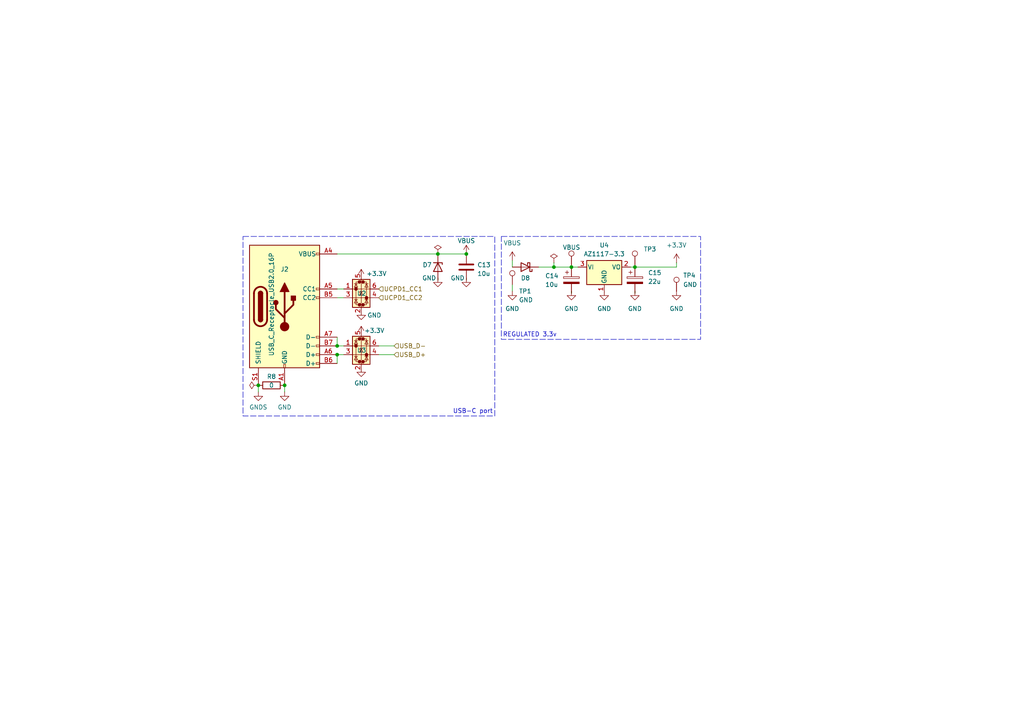
<source format=kicad_sch>
(kicad_sch (version 20231120) (generator "eeschema") (generator_version "8.0")
  (paper "A4")
  (lib_symbols
    (symbol "+3.3V_1" (power) (pin_numbers hide) (pin_names (offset 0) hide)
      (property "Value" "+3.3V" (at 0 3.556 0))
      (symbol "+3.3V_1_0_1"
        (polyline (pts (xy -0.762 1.27) (xy 0 2.54)))
        (polyline (pts (xy 0 0) (xy 0 2.54)))
        (polyline (pts (xy 0 2.54) (xy 0.762 1.27)))
      )
      (symbol "+3.3V_1_1_1"
        (pin power_in line (at 0 0 90) (length 0) (name "~") (number "1"))
      )
    )
    (symbol "+3.3V_2" (power) (pin_numbers hide) (pin_names (offset 0) hide)
      (property "Value" "+3.3V" (at 0 3.556 0))
      (symbol "+3.3V_2_0_1"
        (polyline (pts (xy -0.762 1.27) (xy 0 2.54)))
        (polyline (pts (xy 0 0) (xy 0 2.54)))
        (polyline (pts (xy 0 2.54) (xy 0.762 1.27)))
      )
      (symbol "+3.3V_2_1_1"
        (pin power_in line (at 0 0 90) (length 0) (name "~") (number "1"))
      )
    )
    (symbol "Connector:TestPoint" (pin_numbers hide) (pin_names (offset 0.762) hide)
      (property "Reference" "TP" (at 0 6.858 0))
      (property "Value" "TestPoint" (at 0 5.08 0))
      (symbol "TestPoint_0_1"
        (circle (center 0 3.302) (radius 0.762))
      )
      (symbol "TestPoint_1_1"
        (pin passive line (at 0 0 90) (length 2.54) (name "1") (number "1"))
      )
    )
    (symbol "Connector:USB_C_Receptacle_USB2.0_16P" (pin_names (offset 1.016))
      (property "Reference" "J2" (at 0 22.86 0))
      (property "Value" "USB_C_Receptacle_USB2.0_16P" (at 0 20.32 0))
      (symbol "USB_C_Receptacle_USB2.0_16P_0_0"
        (rectangle (start -0.254 -17.78) (end 0.254 -16.764))
        (rectangle (start 10.16 -16.256) (end 9.144 -16.764))
        (rectangle (start 10.16 -13.716) (end 9.144 -14.224))
        (rectangle (start 10.16 -11.176) (end 9.144 -11.684))
        (rectangle (start 10.16 -8.636) (end 9.144 -9.144))
        (rectangle (start 10.16 2.794) (end 9.144 2.286))
        (rectangle (start 10.16 5.334) (end 9.144 4.826))
        (rectangle (start 10.16 15.494) (end 9.144 14.986))
      )
      (symbol "USB_C_Receptacle_USB2.0_16P_0_1"
        (rectangle (start -10.16 17.78) (end 10.16 -17.78) (stroke (width 0.254)) (fill (type background)))
        (arc (start -8.89 -3.81) (mid -6.985 -5.7067) (end -5.08 -3.81) (stroke (width 0.508)))
        (arc (start -7.62 -3.81) (mid -6.985 -4.4423) (end -6.35 -3.81) (stroke (width 0.254)))
        (arc (start -7.62 -3.81) (mid -6.985 -4.4423) (end -6.35 -3.81) (stroke (width 0.254)) (fill (type outline)))
        (rectangle (start -7.62 -3.81) (end -6.35 3.81) (stroke (width 0.254)) (fill (type outline)))
        (arc (start -6.35 3.81) (mid -6.985 4.4423) (end -7.62 3.81) (stroke (width 0.254)))
        (arc (start -6.35 3.81) (mid -6.985 4.4423) (end -7.62 3.81) (stroke (width 0.254)) (fill (type outline)))
        (arc (start -5.08 3.81) (mid -6.985 5.7067) (end -8.89 3.81) (stroke (width 0.508)))
        (circle (center -2.54 1.143) (radius 0.635) (stroke (width 0.254)) (fill (type outline)))
        (circle (center 0 -5.842) (radius 1.27) (fill (type outline)))
        (polyline (pts (xy -8.89 -3.81) (xy -8.89 3.81)) (stroke (width 0.508)))
        (polyline (pts (xy -5.08 3.81) (xy -5.08 -3.81)) (stroke (width 0.508)))
        (polyline (pts (xy 0 -5.842) (xy 0 4.318)) (stroke (width 0.508)))
        (polyline (pts (xy 0 -3.302) (xy -2.54 -0.762) (xy -2.54 0.508)) (stroke (width 0.508)))
        (polyline (pts (xy 0 -2.032) (xy 2.54 0.508) (xy 2.54 1.778)) (stroke (width 0.508)))
        (polyline (pts (xy -1.27 4.318) (xy 0 6.858) (xy 1.27 4.318) (xy -1.27 4.318)) (stroke (width 0.254)) (fill (type outline)))
        (rectangle (start 1.905 1.778) (end 3.175 3.048) (stroke (width 0.254)) (fill (type outline)))
      )
      (symbol "USB_C_Receptacle_USB2.0_16P_1_1"
        (pin passive line (at 0 -22.86 90) (length 5.08) (name "GND") (number "A1"))
        (pin passive line (at 0 -22.86 90) (length 5.08) hide (name "GND") (number "A12"))
        (pin passive line (at 15.24 15.24 180) (length 5.08) (name "VBUS") (number "A4"))
        (pin bidirectional line (at 15.24 5.08 180) (length 5.08) (name "CC1") (number "A5"))
        (pin bidirectional line (at 15.24 -13.97 180) (length 5.08) (name "D+") (number "A6"))
        (pin bidirectional line (at 15.24 -8.89 180) (length 5.08) (name "D-") (number "A7"))
        (pin passive line (at 15.24 15.24 180) (length 5.08) hide (name "VBUS") (number "A9"))
        (pin passive line (at 0 -22.86 90) (length 5.08) hide (name "GND") (number "B1"))
        (pin passive line (at 0 -22.86 90) (length 5.08) hide (name "GND") (number "B12"))
        (pin passive line (at 15.24 15.24 180) (length 5.08) hide (name "VBUS") (number "B4"))
        (pin bidirectional line (at 15.24 2.54 180) (length 5.08) (name "CC2") (number "B5"))
        (pin bidirectional line (at 15.24 -16.51 180) (length 5.08) (name "D+") (number "B6"))
        (pin bidirectional line (at 15.24 -11.43 180) (length 5.08) (name "D-") (number "B7"))
        (pin passive line (at 15.24 15.24 180) (length 5.08) hide (name "VBUS") (number "B9"))
        (pin passive line (at -7.62 -22.86 90) (length 5.08) (name "SHIELD") (number "S1"))
      )
    )
    (symbol "Device:C" (pin_numbers hide) (pin_names (offset 0.254))
      (property "Reference" "C" (at 0.635 2.54 0))
      (property "Value" "C" (at 0.635 -2.54 0))
      (symbol "C_0_1"
        (polyline (pts (xy -2.032 -0.762) (xy 2.032 -0.762)) (stroke (width 0.508)))
        (polyline (pts (xy -2.032 0.762) (xy 2.032 0.762)) (stroke (width 0.508)))
      )
      (symbol "C_1_1"
        (pin passive line (at 0 3.81 270) (length 2.794) (name "~") (number "1"))
        (pin passive line (at 0 -3.81 90) (length 2.794) (name "~") (number "2"))
      )
    )
    (symbol "Device:C_Polarized" (pin_numbers hide) (pin_names (offset 0.254))
      (property "Reference" "C" (at 0.635 2.54 0))
      (property "Value" "C_Polarized" (at 0.635 -2.54 0))
      (symbol "C_Polarized_0_1"
        (rectangle (start -2.286 0.508) (end 2.286 1.016))
        (polyline (pts (xy -1.778 2.286) (xy -0.762 2.286)))
        (polyline (pts (xy -1.27 2.794) (xy -1.27 1.778)))
        (rectangle (start 2.286 -0.508) (end -2.286 -1.016) (fill (type outline)))
      )
      (symbol "C_Polarized_1_1"
        (pin passive line (at 0 3.81 270) (length 2.794) (name "~") (number "1"))
        (pin passive line (at 0 -3.81 90) (length 2.794) (name "~") (number "2"))
      )
    )
    (symbol "Device:D_Schottky" (pin_numbers hide) (pin_names (offset 1.016) hide)
      (property "Reference" "D" (at 0 2.54 0))
      (property "Value" "D_Schottky" (at 0 -2.54 0))
      (symbol "D_Schottky_0_1"
        (polyline (pts (xy 1.27 0) (xy -1.27 0)))
        (polyline (pts (xy 1.27 1.27) (xy 1.27 -1.27) (xy -1.27 0) (xy 1.27 1.27)) (stroke (width 0.254)))
        (polyline (pts (xy -1.905 0.635) (xy -1.905 1.27) (xy -1.27 1.27) (xy -1.27 -1.27) (xy -0.635 -1.27) (xy -0.635 -0.635)) (stroke (width 0.254)))
      )
      (symbol "D_Schottky_1_1"
        (pin passive line (at -3.81 0 0) (length 2.54) (name "K") (number "1"))
        (pin passive line (at 3.81 0 180) (length 2.54) (name "A") (number "2"))
      )
    )
    (symbol "Device:R" (pin_numbers hide) (pin_names (offset 0))
      (property "Reference" "R" (at 2.032 0 90))
      (property "Value" "R" (at 0 0 90))
      (symbol "R_0_1"
        (rectangle (start -1.016 -2.54) (end 1.016 2.54) (stroke (width 0.254)))
      )
      (symbol "R_1_1"
        (pin passive line (at 0 3.81 270) (length 1.27) (name "~") (number "1"))
        (pin passive line (at 0 -3.81 90) (length 1.27) (name "~") (number "2"))
      )
    )
    (symbol "Diode:PTVS5V0Z1USKP" (pin_numbers hide) (pin_names hide)
      (property "Reference" "D" (at 0 2.54 0))
      (property "Value" "PTVS5V0Z1USKP" (at 0 -2.54 0))
      (symbol "PTVS5V0Z1USKP_0_1"
        (polyline (pts (xy 1.27 0) (xy -1.27 0)))
        (polyline (pts (xy -1.27 -1.27) (xy -1.27 1.27) (xy -0.762 1.27)) (stroke (width 0.254)))
        (polyline (pts (xy 1.27 -1.27) (xy 1.27 1.27) (xy -1.27 0) (xy 1.27 -1.27)) (stroke (width 0.254)))
      )
      (symbol "PTVS5V0Z1USKP_1_1"
        (pin passive line (at -3.81 0 0) (length 2.54) (name "K") (number "1"))
        (pin passive line (at 3.81 0 180) (length 2.54) (name "A") (number "2"))
      )
    )
    (symbol "GND_1" (power) (pin_numbers hide) (pin_names (offset 0) hide)
      (property "Value" "GND" (at 0 -3.81 0))
      (symbol "GND_1_0_1"
        (polyline (pts (xy 0 0) (xy 0 -1.27) (xy 1.27 -1.27) (xy 0 -2.54) (xy -1.27 -1.27) (xy 0 -1.27)))
      )
      (symbol "GND_1_1_1"
        (pin power_in line (at 0 0 270) (length 0) (name "~") (number "1"))
      )
    )
    (symbol "GND_2" (power) (pin_numbers hide) (pin_names (offset 0) hide)
      (property "Value" "GND" (at 0 -3.81 0))
      (symbol "GND_2_0_1"
        (polyline (pts (xy 0 0) (xy 0 -1.27) (xy 1.27 -1.27) (xy 0 -2.54) (xy -1.27 -1.27) (xy 0 -1.27)))
      )
      (symbol "GND_2_1_1"
        (pin power_in line (at 0 0 270) (length 0) (name "~") (number "1"))
      )
    )
    (symbol "PWR_FLAG_1" (power) (pin_numbers hide) (pin_names (offset 0) hide)
      (property "Value" "PWR_FLAG" (at 0 3.81 0))
      (symbol "PWR_FLAG_1_0_0"
        (pin power_out line (at 0 0 90) (length 0) (name "~") (number "1"))
      )
      (symbol "PWR_FLAG_1_0_1"
        (polyline (pts (xy 0 0) (xy 0 1.27) (xy -1.016 1.905) (xy 0 2.54) (xy 1.016 1.905) (xy 0 1.27)))
      )
    )
    (symbol "Power_Protection:USBLC6-2SC6" (pin_names hide)
      (property "Reference" "U" (at 0.635 5.715 0))
      (property "Value" "USBLC6-2SC6" (at 0.635 3.81 0))
      (symbol "USBLC6-2SC6_0_0"
        (circle (center -1.524 0) (radius 0.0001) (stroke (width 0.508)))
        (circle (center -0.508 -4.572) (radius 0.0001) (stroke (width 0.508)))
        (circle (center -0.508 2.032) (radius 0.0001) (stroke (width 0.508)))
        (circle (center 0.508 -4.572) (radius 0.0001) (stroke (width 0.508)))
        (circle (center 0.508 2.032) (radius 0.0001) (stroke (width 0.508)))
        (circle (center 1.524 -2.54) (radius 0.0001) (stroke (width 0.508)))
      )
      (symbol "USBLC6-2SC6_0_1"
        (polyline (pts (xy -2.54 -2.54) (xy 2.54 -2.54)))
        (polyline (pts (xy -2.54 0) (xy 2.54 0)))
        (polyline (pts (xy -2.032 -3.048) (xy -1.016 -3.048)))
        (polyline (pts (xy -1.016 1.524) (xy -2.032 1.524)))
        (polyline (pts (xy 1.016 -3.048) (xy 2.032 -3.048)))
        (polyline (pts (xy 1.016 1.524) (xy 2.032 1.524)))
        (polyline (pts (xy -0.508 -1.143) (xy -0.508 -0.762) (xy 0.508 -0.762)))
        (polyline (pts (xy -2.032 0.508) (xy -1.016 0.508) (xy -1.524 1.524) (xy -2.032 0.508)))
        (polyline (pts (xy -1.016 -4.064) (xy -2.032 -4.064) (xy -1.524 -3.048) (xy -1.016 -4.064)))
        (polyline (pts (xy 0.508 -1.778) (xy -0.508 -1.778) (xy 0 -0.762) (xy 0.508 -1.778)))
        (polyline (pts (xy 2.032 -4.064) (xy 1.016 -4.064) (xy 1.524 -3.048) (xy 2.032 -4.064)))
        (polyline (pts (xy 2.032 0.508) (xy 1.016 0.508) (xy 1.524 1.524) (xy 2.032 0.508)))
        (polyline (pts (xy 0 2.54) (xy -0.508 2.032) (xy 0.508 2.032) (xy 0 1.524) (xy 0 -4.064) (xy -0.508 -4.572) (xy 0.508 -4.572) (xy 0 -5.08)))
      )
      (symbol "USBLC6-2SC6_1_1"
        (rectangle (start -2.54 2.794) (end 2.54 -5.334) (stroke (width 0.254)) (fill (type background)))
        (polyline (pts (xy -0.508 2.032) (xy -1.524 2.032) (xy -1.524 -4.572) (xy -0.508 -4.572)))
        (polyline (pts (xy 0.508 -4.572) (xy 1.524 -4.572) (xy 1.524 2.032) (xy 0.508 2.032)))
        (pin passive line (at -5.08 0 0) (length 2.54) (name "I/O1") (number "1"))
        (pin passive line (at 0 -7.62 90) (length 2.54) (name "GND") (number "2"))
        (pin passive line (at -5.08 -2.54 0) (length 2.54) (name "I/O2") (number "3"))
        (pin passive line (at 5.08 -2.54 180) (length 2.54) (name "I/O2") (number "4"))
        (pin passive line (at 0 5.08 270) (length 2.54) (name "VBUS") (number "5"))
        (pin passive line (at 5.08 0 180) (length 2.54) (name "I/O1") (number "6"))
      )
    )
    (symbol "Regulator_Linear:AZ1117-3.3" (pin_names (offset 0.254))
      (property "Reference" "U" (at -3.81 3.175 0))
      (property "Value" "AZ1117-3.3" (at 0 3.175 0))
      (symbol "AZ1117-3.3_0_1"
        (rectangle (start -5.08 1.905) (end 5.08 -5.08) (stroke (width 0.254)) (fill (type background)))
      )
      (symbol "AZ1117-3.3_1_1"
        (pin power_in line (at 0 -7.62 90) (length 2.54) (name "GND") (number "1"))
        (pin power_out line (at 7.62 0 180) (length 2.54) (name "VO") (number "2"))
        (pin power_in line (at -7.62 0 0) (length 2.54) (name "VI") (number "3"))
      )
    )
    (symbol "power:GNDS" (power) (pin_numbers hide) (pin_names (offset 0) hide)
      (property "Value" "GNDS" (at 0 -3.81 0))
      (symbol "GNDS_0_1"
        (polyline (pts (xy 0 0) (xy 0 -1.27) (xy 1.27 -1.27) (xy 0 -2.54) (xy -1.27 -1.27) (xy 0 -1.27)))
      )
      (symbol "GNDS_1_1"
        (pin power_in line (at 0 0 270) (length 0) (name "~") (number "1"))
      )
    )
    (symbol "power:VBUS" (power) (pin_numbers hide) (pin_names (offset 0) hide)
      (property "Value" "VBUS" (at 0 3.556 0))
      (symbol "VBUS_0_1"
        (polyline (pts (xy -0.762 1.27) (xy 0 2.54)))
        (polyline (pts (xy 0 0) (xy 0 2.54)))
        (polyline (pts (xy 0 2.54) (xy 0.762 1.27)))
      )
      (symbol "VBUS_1_1"
        (pin power_in line (at 0 0 90) (length 0) (name "~") (number "1"))
      )
    )
  )
  (junction (at 127 73.66))
  (junction (at 97.79 102.87))
  (junction (at 135.255 73.66))
  (junction (at 97.79 100.33))
  (junction (at 165.735 77.47))
  (junction (at 160.655 77.47))
  (junction (at 184.15 77.47))
  (junction (at 74.93 111.76))
  (junction (at 82.55 111.76))
  (wire (pts (xy 99.695 86.36) (xy 97.79 86.36)))
  (wire (pts (xy 104.775 97.155) (xy 104.775 95.25)))
  (wire (pts (xy 196.215 76.2) (xy 196.215 77.47)))
  (wire (pts (xy 156.21 77.47) (xy 160.655 77.47)))
  (wire (pts (xy 184.15 76.835) (xy 184.15 77.47)))
  (wire (pts (xy 104.775 78.74) (xy 104.775 80.645)))
  (wire (pts (xy 160.655 76.2) (xy 160.655 77.47)))
  (wire (pts (xy 165.735 84.455) (xy 165.735 85.09)))
  (wire (pts (xy 135.255 80.645) (xy 135.255 81.28)))
  (wire (pts (xy 148.59 82.55) (xy 148.59 84.455)))
  (wire (pts (xy 99.695 83.82) (xy 97.79 83.82)))
  (wire (pts (xy 184.15 85.09) (xy 184.15 84.455)))
  (wire (pts (xy 74.93 113.665) (xy 74.93 111.76)))
  (wire (pts (xy 97.79 102.87) (xy 99.695 102.87)))
  (wire (pts (xy 82.55 113.665) (xy 82.55 111.76)))
  (wire (pts (xy 104.775 90.17) (xy 104.775 91.44)))
  (wire (pts (xy 97.79 97.79) (xy 97.79 100.33)))
  (wire (pts (xy 114.3 100.33) (xy 109.855 100.33)))
  (wire (pts (xy 97.79 73.66) (xy 127 73.66)))
  (wire (pts (xy 165.735 77.47) (xy 167.64 77.47)))
  (wire (pts (xy 160.655 77.47) (xy 165.735 77.47)))
  (wire (pts (xy 127 80.645) (xy 127 81.28)))
  (wire (pts (xy 175.26 85.09) (xy 175.26 84.455)))
  (wire (pts (xy 182.88 77.47) (xy 184.15 77.47)))
  (wire (pts (xy 97.79 102.87) (xy 97.79 105.41)))
  (wire (pts (xy 104.775 106.68) (xy 104.775 107.95)))
  (wire (pts (xy 184.15 77.47) (xy 196.215 77.47)))
  (wire (pts (xy 127 73.66) (xy 135.255 73.66)))
  (wire (pts (xy 148.59 75.565) (xy 148.59 77.47)))
  (wire (pts (xy 114.3 102.87) (xy 109.855 102.87)))
  (wire (pts (xy 97.79 100.33) (xy 99.695 100.33)))
  (wire (pts (xy 165.735 76.835) (xy 165.735 77.47)))
  (rectangle (start 145.415 68.58) (end 203.2 98.425) (stroke (width 0) (type dash)))
  (rectangle (start 70.485 68.58) (end 143.51 120.65) (stroke (width 0) (type dash)))
  (text "USB-C port" (at 137.16 119.38 0) (effects (font (size 1.27 1.27))))
  (text "REGULATED 3.3v" (at 153.67 97.155 0) (effects (font (size 1.27 1.27))))
  (hierarchical_label "USB_D-" (shape input) (at 114.3 100.33 0))
  (hierarchical_label "UCPD1_CC1" (shape input) (at 109.855 83.82 0))
  (hierarchical_label "UCPD1_CC2" (shape input) (at 109.855 86.36 0))
  (hierarchical_label "USB_D+" (shape input) (at 114.3 102.87 0))
  (symbol (lib_name "GND_2") (lib_id "power:GND") (at 196.215 84.455 0) (unit 1)
    (property "Reference" "#PWR037" (effects (hide yes)))
    (property "Value" "GND" (at 196.215 89.535 0))
    (property "Description" "Power symbol creates a global label with name \"GND\" , ground" (effects (hide yes)))
  )
  (symbol (lib_id "Power_Protection:USBLC6-2SC6") (at 104.775 83.82 0) (unit 1)
    (property "Reference" "U2" (at 103.505 85.09 0) (effects (justify left)))
    (property "Value" "USBLC6-2SC6" (effects (hide yes)))
    (property "Footprint" "Package_TO_SOT_SMD:SOT-23-6" (effects (hide yes)))
    (property "Datasheet" "https://www.st.com/resource/en/datasheet/usblc6-2.pdf" (effects (hide yes)))
    (property "Description" "Very low capacitance ESD protection diode, 2 data-line, SOT-23-6" (effects (hide yes)))
  )
  (symbol (lib_id "Device:D_Schottky") (at 152.4 77.47 180) (unit 1)
    (property "Reference" "D8" (at 152.4 80.645 0))
    (property "Value" "D_Schottky" (effects (hide yes)))
    (property "Footprint" "Diode_SMD:D_0805_2012Metric" (effects (hide yes)))
  )
  (symbol (lib_name "PWR_FLAG_1") (lib_id "power:PWR_FLAG") (at 127 73.66 0) (unit 1)
    (property "Reference" "#FLG05" (effects (hide yes)))
    (property "Value" "PWR_FLAG" (effects (hide yes)))
    (property "Description" "Special symbol for telling ERC where power comes from" (effects (hide yes)))
  )
  (symbol (lib_name "+3.3V_1") (lib_id "power:+3.3V") (at 104.775 97.155 0) (unit 1)
    (property "Reference" "#PWR028" (effects (hide yes)))
    (property "Value" "+3.3V" (at 108.585 95.885 0))
    (property "Description" "Power symbol creates a global label with name \"+3.3V\"" (effects (hide yes)))
  )
  (symbol (lib_id "Connector:TestPoint") (at 184.15 76.835 0) (unit 1)
    (property "Reference" "TP3" (at 186.69 72.263 0) (effects (justify left)))
    (property "Value" "3.3V" (effects (hide yes)))
    (property "Footprint" "TestPoint:TestPoint_Pad_D1.5mm" (effects (hide yes)))
  )
  (symbol (lib_name "+3.3V_2") (lib_id "power:+3.3V") (at 196.215 76.2 0) (unit 1)
    (property "Reference" "#PWR039" (effects (hide yes)))
    (property "Value" "+3.3V" (at 196.215 71.12 0))
    (property "Description" "Power symbol creates a global label with name \"+3.3V\"" (effects (hide yes)))
  )
  (symbol (lib_id "power:GNDS") (at 74.93 113.665 0) (unit 1)
    (property "Reference" "#PWR024" (effects (hide yes)))
    (property "Value" "GNDS" (at 74.93 118.11 0))
    (property "Description" "Power symbol creates a global label with name \"GNDS\" , signal ground" (effects (hide yes)))
  )
  (symbol (lib_id "Power_Protection:USBLC6-2SC6") (at 104.775 100.33 0) (unit 1)
    (property "Reference" "U3" (at 103.505 101.6 0) (effects (justify left)))
    (property "Value" "USBLC6-2SC6" (effects (hide yes)))
    (property "Footprint" "Package_TO_SOT_SMD:SOT-23-6" (effects (hide yes)))
    (property "Datasheet" "https://www.st.com/resource/en/datasheet/usblc6-2.pdf" (effects (hide yes)))
    (property "Description" "Very low capacitance ESD protection diode, 2 data-line, SOT-23-6" (effects (hide yes)))
  )
  (symbol (lib_id "Device:R") (at 78.74 111.76 90) (unit 1)
    (property "Reference" "R8" (at 78.74 109.22 90))
    (property "Value" "0" (at 78.74 111.76 90))
    (property "Footprint" "Resistor_SMD:R_0805_2012Metric" (effects (hide yes)))
  )
  (symbol (lib_id "Device:C_Polarized") (at 184.15 81.28 0) (unit 1)
    (property "Reference" "C15" (at 187.96 79.121 0) (effects (justify left)))
    (property "Value" "22u" (at 187.96 81.661 0) (effects (justify left)))
    (property "Footprint" "Capacitor_SMD:C_0805_2012Metric" (effects (hide yes)))
  )
  (symbol (lib_id "Connector:TestPoint") (at 196.215 84.455 0) (unit 1)
    (property "Reference" "TP4" (at 198.12 79.8829 0) (effects (justify left)))
    (property "Value" "GND" (at 198.12 82.55 0) (effects (justify left)))
    (property "Footprint" "TestPoint:TestPoint_Bridge_Pitch2.54mm_Drill0.7mm" (effects (hide yes)))
    (property "Description" "test point" (effects (hide yes)))
  )
  (symbol (lib_id "Device:C") (at 135.255 77.47 180) (unit 1)
    (property "Reference" "C13" (at 138.43 76.835 0) (effects (justify right)))
    (property "Value" "10u" (at 138.43 79.375 0) (effects (justify right)))
    (property "Footprint" "Capacitor_SMD:C_0805_2012Metric" (effects (hide yes)))
  )
  (symbol (lib_name "GND_1") (lib_id "power:GND") (at 104.775 106.68 0) (unit 1)
    (property "Reference" "#PWR029" (effects (hide yes)))
    (property "Value" "GND" (at 104.775 111.125 0))
    (property "Description" "Power symbol creates a global label with name \"GND\" , ground" (effects (hide yes)))
  )
  (symbol (lib_name "PWR_FLAG_1") (lib_id "power:PWR_FLAG") (at 160.655 76.2 0) (unit 1)
    (property "Reference" "#FLG03" (effects (hide yes)))
    (property "Value" "PWR_FLAG" (effects (hide yes)))
    (property "Description" "Special symbol for telling ERC where power comes from" (effects (hide yes)))
  )
  (symbol (lib_id "power:VBUS") (at 148.59 75.565 0) (unit 1)
    (property "Reference" "#PWR033" (effects (hide yes)))
    (property "Value" "VBUS" (at 148.59 70.485 0))
  )
  (symbol (lib_name "GND_2") (lib_id "power:GND") (at 165.735 84.455 0) (unit 1)
    (property "Reference" "#PWR034" (effects (hide yes)))
    (property "Value" "GND" (at 165.735 89.535 0))
    (property "Description" "Power symbol creates a global label with name \"GND\" , ground" (effects (hide yes)))
  )
  (symbol (lib_id "Connector:TestPoint") (at 165.735 76.835 0) (unit 1)
    (property "Reference" "TP2" (effects (hide yes)))
    (property "Value" "VBUS" (at 163.195 71.755 0) (effects (justify left)))
    (property "Footprint" "TestPoint:TestPoint_Pad_D1.5mm" (effects (hide yes)))
  )
  (symbol (lib_name "GND_1") (lib_id "power:GND") (at 135.255 80.645 0) (unit 1)
    (property "Reference" "#PWR032" (effects (hide yes)))
    (property "Value" "GND" (at 132.715 80.645 0))
    (property "Description" "Power symbol creates a global label with name \"GND\" , ground" (effects (hide yes)))
  )
  (symbol (lib_id "Connector:TestPoint") (at 148.59 82.55 0) (unit 1)
    (property "Reference" "TP1" (at 150.495 84.455 0) (effects (justify left)))
    (property "Value" "GND" (at 150.495 86.995 0) (effects (justify left)))
    (property "Footprint" "TestPoint:TestPoint_Pad_D1.5mm" (effects (hide yes)))
  )
  (symbol (lib_id "Device:C_Polarized") (at 165.735 81.28 0) (unit 1)
    (property "Reference" "C14" (at 158.115 80.01 0) (effects (justify left)))
    (property "Value" "10u" (at 158.115 82.55 0) (effects (justify left)))
    (property "Footprint" "Capacitor_SMD:C_0805_2012Metric" (effects (hide yes)))
  )
  (symbol (lib_name "+3.3V_1") (lib_id "power:+3.3V") (at 104.775 80.645 0) (unit 1)
    (property "Reference" "#PWR026" (effects (hide yes)))
    (property "Value" "+3.3V" (at 109.22 79.375 0))
    (property "Description" "Power symbol creates a global label with name \"+3.3V\"" (effects (hide yes)))
  )
  (symbol (lib_name "GND_2") (lib_id "power:GND") (at 148.59 84.455 0) (unit 1)
    (property "Reference" "#PWR040" (effects (hide yes)))
    (property "Value" "GND" (at 148.59 89.535 0))
    (property "Description" "Power symbol creates a global label with name \"GND\" , ground" (effects (hide yes)))
  )
  (symbol (lib_id "Connector:USB_C_Receptacle_USB2.0_16P") (at 82.55 88.9 0) (unit 1)
    (property "Reference" "J2" (at 82.55 78.105 0))
    (property "Value" "USB_C_Receptacle_USB2.0_16P" (at 78.74 88.265 90))
    (property "Datasheet" "https://www.usb.org/sites/default/files/documents/usb_type-c.zip" (effects (hide yes)))
    (property "Description" "USB 2.0-only 16P Type-C Receptacle connector" (effects (hide yes)))
  )
  (symbol (lib_name "GND_2") (lib_id "power:GND") (at 184.15 84.455 0) (unit 1)
    (property "Reference" "#PWR036" (effects (hide yes)))
    (property "Value" "GND" (at 184.15 89.535 0))
    (property "Description" "Power symbol creates a global label with name \"GND\" , ground" (effects (hide yes)))
  )
  (symbol (lib_name "PWR_FLAG_1") (lib_id "power:PWR_FLAG") (at 74.93 111.76 90) (unit 1)
    (property "Reference" "#FLG02" (effects (hide yes)))
    (property "Value" "PWR_FLAG" (effects (hide yes)))
    (property "Description" "Special symbol for telling ERC where power comes from" (effects (hide yes)))
  )
  (symbol (lib_name "GND_1") (lib_id "power:GND") (at 127 80.645 0) (unit 1)
    (property "Reference" "#PWR030" (effects (hide yes)))
    (property "Value" "GND" (at 124.46 80.645 0))
    (property "Description" "Power symbol creates a global label with name \"GND\" , ground" (effects (hide yes)))
  )
  (symbol (lib_id "Regulator_Linear:AZ1117-3.3") (at 175.26 77.47 0) (unit 1)
    (property "Reference" "U4" (at 175.26 71.12 0))
    (property "Value" "AZ1117-3.3" (at 175.26 73.66 0))
    (property "Footprint" "Package_TO_SOT_SMD:SOT-223" (effects (hide yes)))
    (property "Datasheet" "https://www.diodes.com/assets/Datasheets/AZ1117.pdf" (effects (hide yes)))
  )
  (symbol (lib_name "GND_1") (lib_id "power:GND") (at 104.775 90.17 0) (unit 1)
    (property "Reference" "#PWR027" (effects (hide yes)))
    (property "Value" "GND" (at 108.585 91.44 0))
    (property "Description" "Power symbol creates a global label with name \"GND\" , ground" (effects (hide yes)))
  )
  (symbol (lib_name "GND_2") (lib_id "power:GND") (at 175.26 84.455 0) (unit 1)
    (property "Reference" "#PWR035" (effects (hide yes)))
    (property "Value" "GND" (at 175.26 89.535 0))
    (property "Description" "Power symbol creates a global label with name \"GND\" , ground" (effects (hide yes)))
  )
  (symbol (lib_name "GND_1") (lib_id "power:GND") (at 82.55 113.665 0) (unit 1)
    (property "Reference" "#PWR025" (effects (hide yes)))
    (property "Value" "GND" (at 82.55 118.11 0))
    (property "Description" "Power symbol creates a global label with name \"GND\" , ground" (effects (hide yes)))
  )
  (symbol (lib_id "power:VBUS") (at 135.255 73.66 0) (unit 1)
    (property "Reference" "#PWR031" (effects (hide yes)))
    (property "Value" "VBUS" (at 135.255 69.85 0))
    (property "Description" "Power symbol creates a global label with name \"VBUS\"" (effects (hide yes)))
  )
  (symbol (lib_id "Diode:PTVS5V0Z1USKP") (at 127 77.47 270) (unit 1)
    (property "Reference" "D7" (at 122.555 76.835 90) (effects (justify left)))
    (property "Value" "PTVS5V0Z1USKP" (effects (hide yes)))
    (property "Footprint" "Diode_SMD:Nexperia_DSN1608-2_1.6x0.8mm" (effects (hide yes)))
    (property "Datasheet" "https://assets.nexperia.com/documents/data-sheet/PTVS5V0Z1USKP.pdf" (effects (hide yes)))
    (property "Description" "5V, 2000W TVS unidirectional diode, DSN1608-2" (effects (hide yes)))
  )
)
</source>
